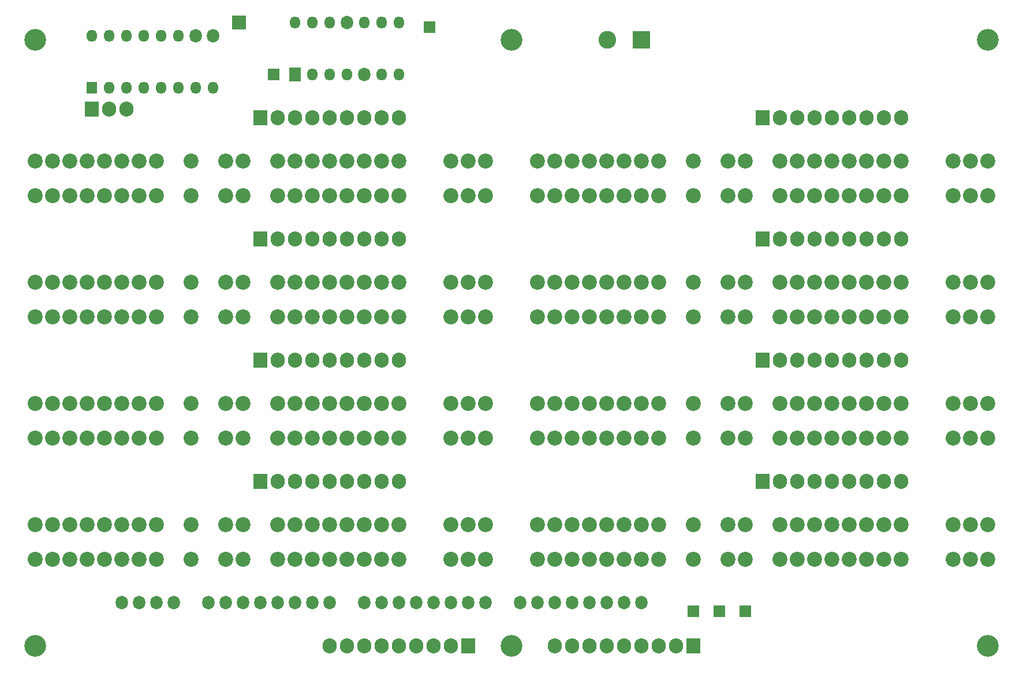
<source format=gbr>
%TF.GenerationSoftware,KiCad,Pcbnew,(5.1.8)-1*%
%TF.CreationDate,2024-05-16T23:24:36+03:00*%
%TF.ProjectId,Regs-v4,52656773-2d76-4342-9e6b-696361645f70,rev?*%
%TF.SameCoordinates,Original*%
%TF.FileFunction,Soldermask,Top*%
%TF.FilePolarity,Negative*%
%FSLAX46Y46*%
G04 Gerber Fmt 4.6, Leading zero omitted, Abs format (unit mm)*
G04 Created by KiCad (PCBNEW (5.1.8)-1) date 2024-05-16 23:24:36*
%MOMM*%
%LPD*%
G01*
G04 APERTURE LIST*
%ADD10C,2.200000*%
%ADD11R,1.700000X1.700000*%
%ADD12O,2.100000X2.200000*%
%ADD13R,2.100000X2.200000*%
%ADD14O,1.800000X2.000000*%
%ADD15C,2.600000*%
%ADD16R,2.600000X2.600000*%
%ADD17O,1.500000X1.800000*%
%ADD18R,1.800000X2.000000*%
%ADD19R,1.500000X1.800000*%
%ADD20R,2.000000X2.000000*%
%ADD21C,3.200000*%
G04 APERTURE END LIST*
D10*
%TO.C,U19*%
X86360000Y-38100000D03*
X83820000Y-38100000D03*
X81280000Y-38100000D03*
X73660000Y-38100000D03*
X71120000Y-38100000D03*
X68580000Y-38100000D03*
X66040000Y-38100000D03*
X63500000Y-38100000D03*
X60960000Y-38100000D03*
X58420000Y-38100000D03*
X55880000Y-38100000D03*
X50800000Y-38100000D03*
X48260000Y-38100000D03*
X43180000Y-38100000D03*
X38100000Y-38100000D03*
X35560000Y-38100000D03*
X33020000Y-38100000D03*
X30480000Y-38100000D03*
X27940000Y-38100000D03*
X25400000Y-38100000D03*
X22860000Y-38100000D03*
X20320000Y-38100000D03*
%TD*%
%TO.C,U18*%
X160020000Y-38100000D03*
X157480000Y-38100000D03*
X154940000Y-38100000D03*
X147320000Y-38100000D03*
X144780000Y-38100000D03*
X142240000Y-38100000D03*
X139700000Y-38100000D03*
X137160000Y-38100000D03*
X134620000Y-38100000D03*
X132080000Y-38100000D03*
X129540000Y-38100000D03*
X124460000Y-38100000D03*
X121920000Y-38100000D03*
X116840000Y-38100000D03*
X111760000Y-38100000D03*
X109220000Y-38100000D03*
X106680000Y-38100000D03*
X104140000Y-38100000D03*
X101600000Y-38100000D03*
X99060000Y-38100000D03*
X96520000Y-38100000D03*
X93980000Y-38100000D03*
%TD*%
%TO.C,U17*%
X86360000Y-55880000D03*
X83820000Y-55880000D03*
X81280000Y-55880000D03*
X73660000Y-55880000D03*
X71120000Y-55880000D03*
X68580000Y-55880000D03*
X66040000Y-55880000D03*
X63500000Y-55880000D03*
X60960000Y-55880000D03*
X58420000Y-55880000D03*
X55880000Y-55880000D03*
X50800000Y-55880000D03*
X48260000Y-55880000D03*
X43180000Y-55880000D03*
X38100000Y-55880000D03*
X35560000Y-55880000D03*
X33020000Y-55880000D03*
X30480000Y-55880000D03*
X27940000Y-55880000D03*
X25400000Y-55880000D03*
X22860000Y-55880000D03*
X20320000Y-55880000D03*
%TD*%
%TO.C,U16*%
X160020000Y-55880000D03*
X157480000Y-55880000D03*
X154940000Y-55880000D03*
X147320000Y-55880000D03*
X144780000Y-55880000D03*
X142240000Y-55880000D03*
X139700000Y-55880000D03*
X137160000Y-55880000D03*
X134620000Y-55880000D03*
X132080000Y-55880000D03*
X129540000Y-55880000D03*
X124460000Y-55880000D03*
X121920000Y-55880000D03*
X116840000Y-55880000D03*
X111760000Y-55880000D03*
X109220000Y-55880000D03*
X106680000Y-55880000D03*
X104140000Y-55880000D03*
X101600000Y-55880000D03*
X99060000Y-55880000D03*
X96520000Y-55880000D03*
X93980000Y-55880000D03*
%TD*%
%TO.C,U12*%
X86360000Y-73660000D03*
X83820000Y-73660000D03*
X81280000Y-73660000D03*
X73660000Y-73660000D03*
X71120000Y-73660000D03*
X68580000Y-73660000D03*
X66040000Y-73660000D03*
X63500000Y-73660000D03*
X60960000Y-73660000D03*
X58420000Y-73660000D03*
X55880000Y-73660000D03*
X50800000Y-73660000D03*
X48260000Y-73660000D03*
X43180000Y-73660000D03*
X38100000Y-73660000D03*
X35560000Y-73660000D03*
X33020000Y-73660000D03*
X30480000Y-73660000D03*
X27940000Y-73660000D03*
X25400000Y-73660000D03*
X22860000Y-73660000D03*
X20320000Y-73660000D03*
%TD*%
%TO.C,U11*%
X160020000Y-73660000D03*
X157480000Y-73660000D03*
X154940000Y-73660000D03*
X147320000Y-73660000D03*
X144780000Y-73660000D03*
X142240000Y-73660000D03*
X139700000Y-73660000D03*
X137160000Y-73660000D03*
X134620000Y-73660000D03*
X132080000Y-73660000D03*
X129540000Y-73660000D03*
X124460000Y-73660000D03*
X121920000Y-73660000D03*
X116840000Y-73660000D03*
X111760000Y-73660000D03*
X109220000Y-73660000D03*
X106680000Y-73660000D03*
X104140000Y-73660000D03*
X101600000Y-73660000D03*
X99060000Y-73660000D03*
X96520000Y-73660000D03*
X93980000Y-73660000D03*
%TD*%
%TO.C,U10*%
X86360000Y-91440000D03*
X83820000Y-91440000D03*
X81280000Y-91440000D03*
X73660000Y-91440000D03*
X71120000Y-91440000D03*
X68580000Y-91440000D03*
X66040000Y-91440000D03*
X63500000Y-91440000D03*
X60960000Y-91440000D03*
X58420000Y-91440000D03*
X55880000Y-91440000D03*
X50800000Y-91440000D03*
X48260000Y-91440000D03*
X43180000Y-91440000D03*
X38100000Y-91440000D03*
X35560000Y-91440000D03*
X33020000Y-91440000D03*
X30480000Y-91440000D03*
X27940000Y-91440000D03*
X25400000Y-91440000D03*
X22860000Y-91440000D03*
X20320000Y-91440000D03*
%TD*%
%TO.C,U9*%
X160020000Y-91440000D03*
X157480000Y-91440000D03*
X154940000Y-91440000D03*
X147320000Y-91440000D03*
X144780000Y-91440000D03*
X142240000Y-91440000D03*
X139700000Y-91440000D03*
X137160000Y-91440000D03*
X134620000Y-91440000D03*
X132080000Y-91440000D03*
X129540000Y-91440000D03*
X124460000Y-91440000D03*
X121920000Y-91440000D03*
X116840000Y-91440000D03*
X111760000Y-91440000D03*
X109220000Y-91440000D03*
X106680000Y-91440000D03*
X104140000Y-91440000D03*
X101600000Y-91440000D03*
X99060000Y-91440000D03*
X96520000Y-91440000D03*
X93980000Y-91440000D03*
%TD*%
D11*
%TO.C,J20*%
X124460000Y-104140000D03*
%TD*%
%TO.C,J19*%
X120650000Y-104140000D03*
%TD*%
D12*
%TO.C,J18*%
X63500000Y-109220000D03*
X66040000Y-109220000D03*
X68580000Y-109220000D03*
X71120000Y-109220000D03*
X73660000Y-109220000D03*
X76200000Y-109220000D03*
X78740000Y-109220000D03*
X81280000Y-109220000D03*
D13*
X83820000Y-109220000D03*
%TD*%
D12*
%TO.C,J17*%
X96520000Y-109220000D03*
X99060000Y-109220000D03*
X101600000Y-109220000D03*
X104140000Y-109220000D03*
X106680000Y-109220000D03*
X109220000Y-109220000D03*
X111760000Y-109220000D03*
X114300000Y-109220000D03*
D13*
X116840000Y-109220000D03*
%TD*%
D14*
%TO.C,U15*%
X33020000Y-102870000D03*
X35560000Y-102870000D03*
X38100000Y-102870000D03*
X40640000Y-102870000D03*
X45720000Y-102870000D03*
X48260000Y-102870000D03*
X50800000Y-102870000D03*
X53340000Y-102870000D03*
X55880000Y-102870000D03*
X58420000Y-102870000D03*
X60960000Y-102870000D03*
X63500000Y-102870000D03*
X68580000Y-102870000D03*
X71120000Y-102870000D03*
X73660000Y-102870000D03*
X76200000Y-102870000D03*
X78740000Y-102870000D03*
X81280000Y-102870000D03*
X83820000Y-102870000D03*
X86360000Y-102870000D03*
X91440000Y-102870000D03*
X93980000Y-102870000D03*
X96520000Y-102870000D03*
X99060000Y-102870000D03*
X101600000Y-102870000D03*
X104140000Y-102870000D03*
X106680000Y-102870000D03*
X109220000Y-102870000D03*
%TD*%
D15*
%TO.C,J16*%
X104220000Y-20320000D03*
D16*
X109220000Y-20320000D03*
%TD*%
D17*
%TO.C,U14*%
X58420000Y-17780000D03*
X73660000Y-25400000D03*
X60960000Y-17780000D03*
X71120000Y-25400000D03*
X63500000Y-17780000D03*
D14*
X68580000Y-25400000D03*
X66040000Y-17780000D03*
D17*
X66040000Y-25400000D03*
X68580000Y-17780000D03*
X63500000Y-25400000D03*
X71120000Y-17780000D03*
X60960000Y-25400000D03*
X73660000Y-17780000D03*
D18*
X58420000Y-25400000D03*
%TD*%
D17*
%TO.C,U13*%
X28575000Y-19685000D03*
X46355000Y-27305000D03*
X31115000Y-19685000D03*
X43815000Y-27305000D03*
X33655000Y-19685000D03*
X41275000Y-27305000D03*
X36195000Y-19685000D03*
X38735000Y-27305000D03*
X38735000Y-19685000D03*
X36195000Y-27305000D03*
X41275000Y-19685000D03*
X33655000Y-27305000D03*
D14*
X43815000Y-19685000D03*
D17*
X31115000Y-27305000D03*
D14*
X46355000Y-19685000D03*
D19*
X28575000Y-27305000D03*
%TD*%
D11*
%TO.C,J15*%
X55245000Y-25400000D03*
%TD*%
%TO.C,J14*%
X78105000Y-18415000D03*
%TD*%
%TO.C,J13*%
X116840000Y-104140000D03*
%TD*%
D20*
%TO.C,J12*%
X50165000Y-17780000D03*
%TD*%
D12*
%TO.C,J11*%
X33655000Y-30480000D03*
X31115000Y-30480000D03*
D13*
X28575000Y-30480000D03*
%TD*%
D12*
%TO.C,J8*%
X73660000Y-31750000D03*
X71120000Y-31750000D03*
X68580000Y-31750000D03*
X66040000Y-31750000D03*
X63500000Y-31750000D03*
X60960000Y-31750000D03*
X58420000Y-31750000D03*
X55880000Y-31750000D03*
D13*
X53340000Y-31750000D03*
%TD*%
D12*
%TO.C,J7*%
X147320000Y-31750000D03*
X144780000Y-31750000D03*
X142240000Y-31750000D03*
X139700000Y-31750000D03*
X137160000Y-31750000D03*
X134620000Y-31750000D03*
X132080000Y-31750000D03*
X129540000Y-31750000D03*
D13*
X127000000Y-31750000D03*
%TD*%
D12*
%TO.C,J6*%
X73660000Y-49530000D03*
X71120000Y-49530000D03*
X68580000Y-49530000D03*
X66040000Y-49530000D03*
X63500000Y-49530000D03*
X60960000Y-49530000D03*
X58420000Y-49530000D03*
X55880000Y-49530000D03*
D13*
X53340000Y-49530000D03*
%TD*%
D12*
%TO.C,J5*%
X147320000Y-49530000D03*
X144780000Y-49530000D03*
X142240000Y-49530000D03*
X139700000Y-49530000D03*
X137160000Y-49530000D03*
X134620000Y-49530000D03*
X132080000Y-49530000D03*
X129540000Y-49530000D03*
D13*
X127000000Y-49530000D03*
%TD*%
D12*
%TO.C,J4*%
X73660000Y-67310000D03*
X71120000Y-67310000D03*
X68580000Y-67310000D03*
X66040000Y-67310000D03*
X63500000Y-67310000D03*
X60960000Y-67310000D03*
X58420000Y-67310000D03*
X55880000Y-67310000D03*
D13*
X53340000Y-67310000D03*
%TD*%
D12*
%TO.C,J3*%
X147320000Y-67310000D03*
X144780000Y-67310000D03*
X142240000Y-67310000D03*
X139700000Y-67310000D03*
X137160000Y-67310000D03*
X134620000Y-67310000D03*
X132080000Y-67310000D03*
X129540000Y-67310000D03*
D13*
X127000000Y-67310000D03*
%TD*%
D12*
%TO.C,J2*%
X73660000Y-85090000D03*
X71120000Y-85090000D03*
X68580000Y-85090000D03*
X66040000Y-85090000D03*
X63500000Y-85090000D03*
X60960000Y-85090000D03*
X58420000Y-85090000D03*
X55880000Y-85090000D03*
D13*
X53340000Y-85090000D03*
%TD*%
D12*
%TO.C,J1*%
X147320000Y-85090000D03*
X144780000Y-85090000D03*
X142240000Y-85090000D03*
X139700000Y-85090000D03*
X137160000Y-85090000D03*
X134620000Y-85090000D03*
X132080000Y-85090000D03*
X129540000Y-85090000D03*
D13*
X127000000Y-85090000D03*
%TD*%
D21*
%TO.C,H6*%
X160020000Y-109220000D03*
%TD*%
%TO.C,H4*%
X160020000Y-20320000D03*
%TD*%
%TO.C,H2*%
X90170000Y-109220000D03*
%TD*%
%TO.C,H5*%
X90170000Y-20320000D03*
%TD*%
%TO.C,H3*%
X20320000Y-109220000D03*
%TD*%
%TO.C,H1*%
X20320000Y-20320000D03*
%TD*%
D10*
%TO.C,U1*%
X160020000Y-96520000D03*
X157480000Y-96520000D03*
X154940000Y-96520000D03*
X147320000Y-96520000D03*
X144780000Y-96520000D03*
X142240000Y-96520000D03*
X139700000Y-96520000D03*
X137160000Y-96520000D03*
X134620000Y-96520000D03*
X132080000Y-96520000D03*
X129540000Y-96520000D03*
X124460000Y-96520000D03*
X121920000Y-96520000D03*
X116840000Y-96520000D03*
X111760000Y-96520000D03*
X109220000Y-96520000D03*
X106680000Y-96520000D03*
X104140000Y-96520000D03*
X101600000Y-96520000D03*
X99060000Y-96520000D03*
X96520000Y-96520000D03*
X93980000Y-96520000D03*
%TD*%
%TO.C,U8*%
X86360000Y-43180000D03*
X83820000Y-43180000D03*
X81280000Y-43180000D03*
X73660000Y-43180000D03*
X71120000Y-43180000D03*
X68580000Y-43180000D03*
X66040000Y-43180000D03*
X63500000Y-43180000D03*
X60960000Y-43180000D03*
X58420000Y-43180000D03*
X55880000Y-43180000D03*
X50800000Y-43180000D03*
X48260000Y-43180000D03*
X43180000Y-43180000D03*
X38100000Y-43180000D03*
X35560000Y-43180000D03*
X33020000Y-43180000D03*
X30480000Y-43180000D03*
X27940000Y-43180000D03*
X25400000Y-43180000D03*
X22860000Y-43180000D03*
X20320000Y-43180000D03*
%TD*%
%TO.C,U6*%
X86360000Y-60960000D03*
X83820000Y-60960000D03*
X81280000Y-60960000D03*
X73660000Y-60960000D03*
X71120000Y-60960000D03*
X68580000Y-60960000D03*
X66040000Y-60960000D03*
X63500000Y-60960000D03*
X60960000Y-60960000D03*
X58420000Y-60960000D03*
X55880000Y-60960000D03*
X50800000Y-60960000D03*
X48260000Y-60960000D03*
X43180000Y-60960000D03*
X38100000Y-60960000D03*
X35560000Y-60960000D03*
X33020000Y-60960000D03*
X30480000Y-60960000D03*
X27940000Y-60960000D03*
X25400000Y-60960000D03*
X22860000Y-60960000D03*
X20320000Y-60960000D03*
%TD*%
%TO.C,U4*%
X86360000Y-78740000D03*
X83820000Y-78740000D03*
X81280000Y-78740000D03*
X73660000Y-78740000D03*
X71120000Y-78740000D03*
X68580000Y-78740000D03*
X66040000Y-78740000D03*
X63500000Y-78740000D03*
X60960000Y-78740000D03*
X58420000Y-78740000D03*
X55880000Y-78740000D03*
X50800000Y-78740000D03*
X48260000Y-78740000D03*
X43180000Y-78740000D03*
X38100000Y-78740000D03*
X35560000Y-78740000D03*
X33020000Y-78740000D03*
X30480000Y-78740000D03*
X27940000Y-78740000D03*
X25400000Y-78740000D03*
X22860000Y-78740000D03*
X20320000Y-78740000D03*
%TD*%
%TO.C,U2*%
X86360000Y-96520000D03*
X83820000Y-96520000D03*
X81280000Y-96520000D03*
X73660000Y-96520000D03*
X71120000Y-96520000D03*
X68580000Y-96520000D03*
X66040000Y-96520000D03*
X63500000Y-96520000D03*
X60960000Y-96520000D03*
X58420000Y-96520000D03*
X55880000Y-96520000D03*
X50800000Y-96520000D03*
X48260000Y-96520000D03*
X43180000Y-96520000D03*
X38100000Y-96520000D03*
X35560000Y-96520000D03*
X33020000Y-96520000D03*
X30480000Y-96520000D03*
X27940000Y-96520000D03*
X25400000Y-96520000D03*
X22860000Y-96520000D03*
X20320000Y-96520000D03*
%TD*%
%TO.C,U7*%
X160020000Y-43180000D03*
X157480000Y-43180000D03*
X154940000Y-43180000D03*
X147320000Y-43180000D03*
X144780000Y-43180000D03*
X142240000Y-43180000D03*
X139700000Y-43180000D03*
X137160000Y-43180000D03*
X134620000Y-43180000D03*
X132080000Y-43180000D03*
X129540000Y-43180000D03*
X124460000Y-43180000D03*
X121920000Y-43180000D03*
X116840000Y-43180000D03*
X111760000Y-43180000D03*
X109220000Y-43180000D03*
X106680000Y-43180000D03*
X104140000Y-43180000D03*
X101600000Y-43180000D03*
X99060000Y-43180000D03*
X96520000Y-43180000D03*
X93980000Y-43180000D03*
%TD*%
%TO.C,U5*%
X160020000Y-60960000D03*
X157480000Y-60960000D03*
X154940000Y-60960000D03*
X147320000Y-60960000D03*
X144780000Y-60960000D03*
X142240000Y-60960000D03*
X139700000Y-60960000D03*
X137160000Y-60960000D03*
X134620000Y-60960000D03*
X132080000Y-60960000D03*
X129540000Y-60960000D03*
X124460000Y-60960000D03*
X121920000Y-60960000D03*
X116840000Y-60960000D03*
X111760000Y-60960000D03*
X109220000Y-60960000D03*
X106680000Y-60960000D03*
X104140000Y-60960000D03*
X101600000Y-60960000D03*
X99060000Y-60960000D03*
X96520000Y-60960000D03*
X93980000Y-60960000D03*
%TD*%
%TO.C,U3*%
X160020000Y-78740000D03*
X157480000Y-78740000D03*
X154940000Y-78740000D03*
X147320000Y-78740000D03*
X144780000Y-78740000D03*
X142240000Y-78740000D03*
X139700000Y-78740000D03*
X137160000Y-78740000D03*
X134620000Y-78740000D03*
X132080000Y-78740000D03*
X129540000Y-78740000D03*
X124460000Y-78740000D03*
X121920000Y-78740000D03*
X116840000Y-78740000D03*
X111760000Y-78740000D03*
X109220000Y-78740000D03*
X106680000Y-78740000D03*
X104140000Y-78740000D03*
X101600000Y-78740000D03*
X99060000Y-78740000D03*
X96520000Y-78740000D03*
X93980000Y-78740000D03*
%TD*%
M02*

</source>
